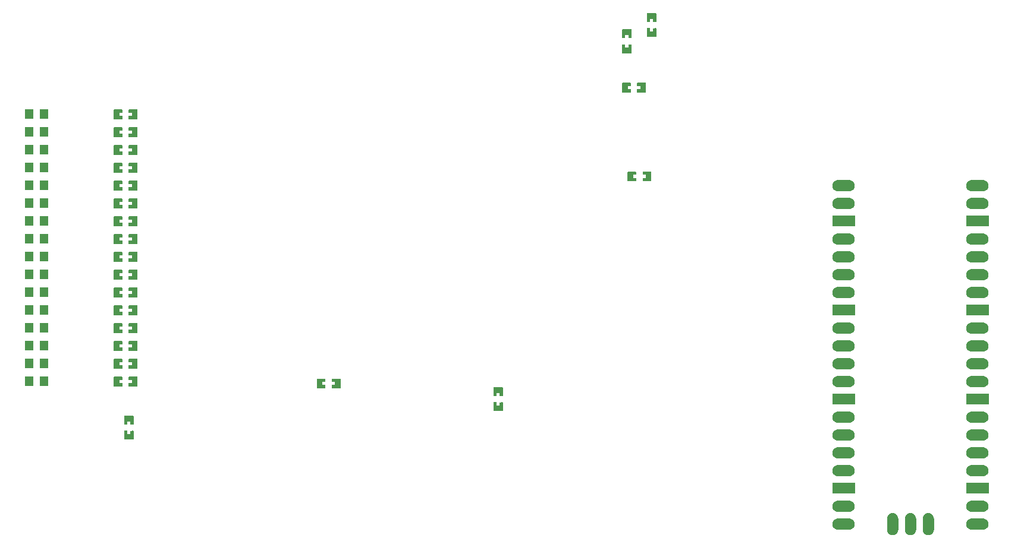
<source format=gtp>
G04 Layer: TopPasteMaskLayer*
G04 EasyEDA v6.5.20, 2022-11-28 03:27:33*
G04 a67cddfb3fce44daa9051d46cbbcc19f,10*
G04 Gerber Generator version 0.2*
G04 Scale: 100 percent, Rotated: No, Reflected: No *
G04 Dimensions in inches *
G04 leading zeros omitted , absolute positions ,3 integer and 6 decimal *
%FSLAX36Y36*%
%MOIN*%

%AMMACRO1*4,1,4,-0.063,-0.0315,-0.063,0.0315,0.063,0.0315,0.063,-0.0315,-0.063,-0.0315,0*%
%ADD10R,0.0512X0.0551*%
%ADD11MACRO1*%

%LPD*%
G36*
X3816019Y2727960D02*
G01*
X3814060Y2725980D01*
X3814060Y2675600D01*
X3816019Y2673620D01*
X3861300Y2673620D01*
X3863260Y2675600D01*
X3863080Y2692120D01*
X3845740Y2692120D01*
X3845740Y2709840D01*
X3863460Y2709840D01*
X3863260Y2725980D01*
X3861300Y2727960D01*
G37*
G36*
X3900659Y2727960D02*
G01*
X3898700Y2725980D01*
X3898900Y2709840D01*
X3916220Y2709840D01*
X3916220Y2692120D01*
X3898700Y2692120D01*
X3898700Y2675600D01*
X3900659Y2673620D01*
X3945940Y2673620D01*
X3947919Y2675600D01*
X3947919Y2725980D01*
X3945940Y2727960D01*
G37*
G36*
X2158700Y1566380D02*
G01*
X2156740Y1564400D01*
X2156920Y1547880D01*
X2174260Y1547880D01*
X2174260Y1530160D01*
X2156540Y1530160D01*
X2156740Y1514019D01*
X2158700Y1512040D01*
X2203980Y1512040D01*
X2205940Y1514019D01*
X2205940Y1564400D01*
X2203980Y1566380D01*
G37*
G36*
X2074060Y1566380D02*
G01*
X2072080Y1564400D01*
X2072080Y1514019D01*
X2074060Y1512040D01*
X2119340Y1512040D01*
X2121300Y1514019D01*
X2121100Y1530160D01*
X2103780Y1530160D01*
X2103780Y1547880D01*
X2121300Y1547880D01*
X2121300Y1564400D01*
X2119340Y1566380D01*
G37*
G36*
X3080160Y1433460D02*
G01*
X3064020Y1433260D01*
X3062040Y1431300D01*
X3062040Y1386020D01*
X3064020Y1384060D01*
X3114400Y1384060D01*
X3116380Y1386020D01*
X3116380Y1431300D01*
X3114400Y1433260D01*
X3097880Y1433080D01*
X3097880Y1415740D01*
X3080160Y1415740D01*
G37*
G36*
X3064020Y1517920D02*
G01*
X3062040Y1515940D01*
X3062040Y1470660D01*
X3064020Y1468700D01*
X3080160Y1468899D01*
X3080160Y1486220D01*
X3097880Y1486220D01*
X3097880Y1468700D01*
X3114400Y1468700D01*
X3116380Y1470660D01*
X3116380Y1515940D01*
X3114400Y1517920D01*
G37*
G36*
X1010160Y1273460D02*
G01*
X994020Y1273260D01*
X992039Y1271300D01*
X992039Y1226020D01*
X994020Y1224060D01*
X1044400Y1224060D01*
X1046380Y1226020D01*
X1046380Y1271300D01*
X1044400Y1273260D01*
X1027880Y1273080D01*
X1027880Y1255740D01*
X1010160Y1255740D01*
G37*
G36*
X994020Y1357920D02*
G01*
X992039Y1355940D01*
X992039Y1310660D01*
X994020Y1308700D01*
X1010160Y1308899D01*
X1010160Y1326220D01*
X1027880Y1326220D01*
X1027880Y1308700D01*
X1044400Y1308700D01*
X1046380Y1310660D01*
X1046380Y1355940D01*
X1044400Y1357920D01*
G37*
G36*
X1019680Y2677160D02*
G01*
X1017720Y2675200D01*
X1017920Y2658660D01*
X1035240Y2658660D01*
X1035240Y2640940D01*
X1017520Y2640940D01*
X1017720Y2624800D01*
X1019680Y2622840D01*
X1064960Y2622840D01*
X1066940Y2624800D01*
X1066940Y2675200D01*
X1064960Y2677160D01*
G37*
G36*
X935040Y2677160D02*
G01*
X933080Y2675200D01*
X933080Y2624800D01*
X935040Y2622840D01*
X980320Y2622840D01*
X982280Y2624800D01*
X982080Y2640940D01*
X964760Y2640940D01*
X964760Y2658660D01*
X982280Y2658660D01*
X982280Y2675200D01*
X980320Y2677160D01*
G37*
G36*
X1019680Y2577160D02*
G01*
X1017720Y2575200D01*
X1017920Y2558660D01*
X1035240Y2558660D01*
X1035240Y2540940D01*
X1017520Y2540940D01*
X1017720Y2524800D01*
X1019680Y2522840D01*
X1064960Y2522840D01*
X1066940Y2524800D01*
X1066940Y2575200D01*
X1064960Y2577160D01*
G37*
G36*
X935040Y2577160D02*
G01*
X933080Y2575200D01*
X933080Y2524800D01*
X935040Y2522840D01*
X980320Y2522840D01*
X982280Y2524800D01*
X982080Y2540940D01*
X964760Y2540940D01*
X964760Y2558660D01*
X982280Y2558660D01*
X982280Y2575200D01*
X980320Y2577160D01*
G37*
G36*
X1019680Y2477160D02*
G01*
X1017720Y2475200D01*
X1017920Y2458660D01*
X1035240Y2458660D01*
X1035240Y2440940D01*
X1017520Y2440940D01*
X1017720Y2424800D01*
X1019680Y2422840D01*
X1064960Y2422840D01*
X1066940Y2424800D01*
X1066940Y2475200D01*
X1064960Y2477160D01*
G37*
G36*
X935040Y2477160D02*
G01*
X933080Y2475200D01*
X933080Y2424800D01*
X935040Y2422840D01*
X980320Y2422840D01*
X982280Y2424800D01*
X982080Y2440940D01*
X964760Y2440940D01*
X964760Y2458660D01*
X982280Y2458660D01*
X982280Y2475200D01*
X980320Y2477160D01*
G37*
G36*
X1019680Y2377160D02*
G01*
X1017720Y2375200D01*
X1017920Y2358660D01*
X1035240Y2358660D01*
X1035240Y2340940D01*
X1017520Y2340940D01*
X1017720Y2324800D01*
X1019680Y2322840D01*
X1064960Y2322840D01*
X1066940Y2324800D01*
X1066940Y2375200D01*
X1064960Y2377160D01*
G37*
G36*
X935040Y2377160D02*
G01*
X933080Y2375200D01*
X933080Y2324800D01*
X935040Y2322840D01*
X980320Y2322840D01*
X982280Y2324800D01*
X982080Y2340940D01*
X964760Y2340940D01*
X964760Y2358660D01*
X982280Y2358660D01*
X982280Y2375200D01*
X980320Y2377160D01*
G37*
G36*
X1019680Y2277160D02*
G01*
X1017720Y2275200D01*
X1017920Y2258660D01*
X1035240Y2258660D01*
X1035240Y2240940D01*
X1017520Y2240940D01*
X1017720Y2224800D01*
X1019680Y2222840D01*
X1064960Y2222840D01*
X1066940Y2224800D01*
X1066940Y2275200D01*
X1064960Y2277160D01*
G37*
G36*
X935040Y2277160D02*
G01*
X933080Y2275200D01*
X933080Y2224800D01*
X935040Y2222840D01*
X980320Y2222840D01*
X982280Y2224800D01*
X982080Y2240940D01*
X964760Y2240940D01*
X964760Y2258660D01*
X982280Y2258660D01*
X982280Y2275200D01*
X980320Y2277160D01*
G37*
G36*
X1019680Y2177160D02*
G01*
X1017720Y2175200D01*
X1017920Y2158660D01*
X1035240Y2158660D01*
X1035240Y2140940D01*
X1017520Y2140940D01*
X1017720Y2124800D01*
X1019680Y2122840D01*
X1064960Y2122840D01*
X1066940Y2124800D01*
X1066940Y2175200D01*
X1064960Y2177160D01*
G37*
G36*
X935040Y2177160D02*
G01*
X933080Y2175200D01*
X933080Y2124800D01*
X935040Y2122840D01*
X980320Y2122840D01*
X982280Y2124800D01*
X982080Y2140940D01*
X964760Y2140940D01*
X964760Y2158660D01*
X982280Y2158660D01*
X982280Y2175200D01*
X980320Y2177160D01*
G37*
G36*
X1019680Y2077160D02*
G01*
X1017720Y2075200D01*
X1017920Y2058660D01*
X1035240Y2058660D01*
X1035240Y2040940D01*
X1017520Y2040940D01*
X1017720Y2024800D01*
X1019680Y2022840D01*
X1064960Y2022840D01*
X1066940Y2024800D01*
X1066940Y2075200D01*
X1064960Y2077160D01*
G37*
G36*
X935040Y2077160D02*
G01*
X933080Y2075200D01*
X933080Y2024800D01*
X935040Y2022840D01*
X980320Y2022840D01*
X982280Y2024800D01*
X982080Y2040940D01*
X964760Y2040940D01*
X964760Y2058660D01*
X982280Y2058660D01*
X982280Y2075200D01*
X980320Y2077160D01*
G37*
G36*
X1019680Y1977160D02*
G01*
X1017720Y1975200D01*
X1017920Y1958660D01*
X1035240Y1958660D01*
X1035240Y1940940D01*
X1017520Y1940940D01*
X1017720Y1924800D01*
X1019680Y1922840D01*
X1064960Y1922840D01*
X1066940Y1924800D01*
X1066940Y1975200D01*
X1064960Y1977160D01*
G37*
G36*
X935040Y1977160D02*
G01*
X933080Y1975200D01*
X933080Y1924800D01*
X935040Y1922840D01*
X980320Y1922840D01*
X982280Y1924800D01*
X982080Y1940940D01*
X964760Y1940940D01*
X964760Y1958660D01*
X982280Y1958660D01*
X982280Y1975200D01*
X980320Y1977160D01*
G37*
G36*
X1019680Y1877160D02*
G01*
X1017720Y1875200D01*
X1017920Y1858660D01*
X1035240Y1858660D01*
X1035240Y1840940D01*
X1017520Y1840940D01*
X1017720Y1824800D01*
X1019680Y1822840D01*
X1064960Y1822840D01*
X1066940Y1824800D01*
X1066940Y1875200D01*
X1064960Y1877160D01*
G37*
G36*
X935040Y1877160D02*
G01*
X933080Y1875200D01*
X933080Y1824800D01*
X935040Y1822840D01*
X980320Y1822840D01*
X982280Y1824800D01*
X982080Y1840940D01*
X964760Y1840940D01*
X964760Y1858660D01*
X982280Y1858660D01*
X982280Y1875200D01*
X980320Y1877160D01*
G37*
G36*
X1019680Y1777160D02*
G01*
X1017720Y1775200D01*
X1017920Y1758660D01*
X1035240Y1758660D01*
X1035240Y1740940D01*
X1017520Y1740940D01*
X1017720Y1724800D01*
X1019680Y1722840D01*
X1064960Y1722840D01*
X1066940Y1724800D01*
X1066940Y1775200D01*
X1064960Y1777160D01*
G37*
G36*
X935040Y1777160D02*
G01*
X933080Y1775200D01*
X933080Y1724800D01*
X935040Y1722840D01*
X980320Y1722840D01*
X982280Y1724800D01*
X982080Y1740940D01*
X964760Y1740940D01*
X964760Y1758660D01*
X982280Y1758660D01*
X982280Y1775200D01*
X980320Y1777160D01*
G37*
G36*
X1019680Y1677160D02*
G01*
X1017720Y1675200D01*
X1017920Y1658660D01*
X1035240Y1658660D01*
X1035240Y1640940D01*
X1017520Y1640940D01*
X1017720Y1624800D01*
X1019680Y1622840D01*
X1064960Y1622840D01*
X1066940Y1624800D01*
X1066940Y1675200D01*
X1064960Y1677160D01*
G37*
G36*
X935040Y1677160D02*
G01*
X933080Y1675200D01*
X933080Y1624800D01*
X935040Y1622840D01*
X980320Y1622840D01*
X982280Y1624800D01*
X982080Y1640940D01*
X964760Y1640940D01*
X964760Y1658660D01*
X982280Y1658660D01*
X982280Y1675200D01*
X980320Y1677160D01*
G37*
G36*
X1019680Y1577160D02*
G01*
X1017720Y1575200D01*
X1017920Y1558660D01*
X1035240Y1558660D01*
X1035240Y1540940D01*
X1017520Y1540940D01*
X1017720Y1524800D01*
X1019680Y1522840D01*
X1064960Y1522840D01*
X1066940Y1524800D01*
X1066940Y1575200D01*
X1064960Y1577160D01*
G37*
G36*
X935040Y1577160D02*
G01*
X933080Y1575200D01*
X933080Y1524800D01*
X935040Y1522840D01*
X980320Y1522840D01*
X982280Y1524800D01*
X982080Y1540940D01*
X964760Y1540940D01*
X964760Y1558660D01*
X982280Y1558660D01*
X982280Y1575200D01*
X980320Y1577160D01*
G37*
G36*
X1019680Y3077160D02*
G01*
X1017720Y3075200D01*
X1017920Y3058660D01*
X1035240Y3058660D01*
X1035240Y3040940D01*
X1017520Y3040940D01*
X1017720Y3024800D01*
X1019680Y3022840D01*
X1064960Y3022840D01*
X1066940Y3024800D01*
X1066940Y3075200D01*
X1064960Y3077160D01*
G37*
G36*
X935040Y3077160D02*
G01*
X933080Y3075200D01*
X933080Y3024800D01*
X935040Y3022840D01*
X980320Y3022840D01*
X982280Y3024800D01*
X982080Y3040940D01*
X964760Y3040940D01*
X964760Y3058660D01*
X982280Y3058660D01*
X982280Y3075200D01*
X980320Y3077160D01*
G37*
G36*
X1019680Y2977160D02*
G01*
X1017720Y2975200D01*
X1017920Y2958660D01*
X1035240Y2958660D01*
X1035240Y2940940D01*
X1017520Y2940940D01*
X1017720Y2924800D01*
X1019680Y2922840D01*
X1064960Y2922840D01*
X1066940Y2924800D01*
X1066940Y2975200D01*
X1064960Y2977160D01*
G37*
G36*
X935040Y2977160D02*
G01*
X933080Y2975200D01*
X933080Y2924800D01*
X935040Y2922840D01*
X980320Y2922840D01*
X982280Y2924800D01*
X982080Y2940940D01*
X964760Y2940940D01*
X964760Y2958660D01*
X982280Y2958660D01*
X982280Y2975200D01*
X980320Y2977160D01*
G37*
G36*
X1019680Y2877160D02*
G01*
X1017720Y2875200D01*
X1017920Y2858660D01*
X1035240Y2858660D01*
X1035240Y2840940D01*
X1017520Y2840940D01*
X1017720Y2824800D01*
X1019680Y2822840D01*
X1064960Y2822840D01*
X1066940Y2824800D01*
X1066940Y2875200D01*
X1064960Y2877160D01*
G37*
G36*
X935040Y2877160D02*
G01*
X933080Y2875200D01*
X933080Y2824800D01*
X935040Y2822840D01*
X980320Y2822840D01*
X982280Y2824800D01*
X982080Y2840940D01*
X964760Y2840940D01*
X964760Y2858660D01*
X982280Y2858660D01*
X982280Y2875200D01*
X980320Y2877160D01*
G37*
G36*
X1019680Y2777160D02*
G01*
X1017720Y2775200D01*
X1017920Y2758660D01*
X1035240Y2758660D01*
X1035240Y2740940D01*
X1017520Y2740940D01*
X1017720Y2724800D01*
X1019680Y2722840D01*
X1064960Y2722840D01*
X1066940Y2724800D01*
X1066940Y2775200D01*
X1064960Y2777160D01*
G37*
G36*
X935040Y2777160D02*
G01*
X933080Y2775200D01*
X933080Y2724800D01*
X935040Y2722840D01*
X980320Y2722840D01*
X982280Y2724800D01*
X982080Y2740940D01*
X964760Y2740940D01*
X964760Y2758660D01*
X982280Y2758660D01*
X982280Y2775200D01*
X980320Y2777160D01*
G37*
G36*
X3940160Y3533460D02*
G01*
X3924020Y3533260D01*
X3922040Y3531300D01*
X3922040Y3486019D01*
X3924020Y3484060D01*
X3974400Y3484060D01*
X3976380Y3486019D01*
X3976380Y3531300D01*
X3974400Y3533260D01*
X3957880Y3533080D01*
X3957880Y3515740D01*
X3940160Y3515740D01*
G37*
G36*
X3924020Y3617919D02*
G01*
X3922040Y3615940D01*
X3922040Y3570659D01*
X3924020Y3568700D01*
X3940160Y3568900D01*
X3940160Y3586220D01*
X3957880Y3586220D01*
X3957880Y3568700D01*
X3974400Y3568700D01*
X3976380Y3570659D01*
X3976380Y3615940D01*
X3974400Y3617919D01*
G37*
G36*
X3869680Y3227160D02*
G01*
X3867720Y3225200D01*
X3867919Y3208660D01*
X3885240Y3208660D01*
X3885240Y3190940D01*
X3867520Y3190940D01*
X3867720Y3174800D01*
X3869680Y3172840D01*
X3914960Y3172840D01*
X3916940Y3174800D01*
X3916940Y3225200D01*
X3914960Y3227160D01*
G37*
G36*
X3785040Y3227160D02*
G01*
X3783080Y3225200D01*
X3783080Y3174800D01*
X3785040Y3172840D01*
X3830320Y3172840D01*
X3832280Y3174800D01*
X3832080Y3190940D01*
X3814760Y3190940D01*
X3814760Y3208660D01*
X3832280Y3208660D01*
X3832280Y3225200D01*
X3830320Y3227160D01*
G37*
G36*
X3800940Y3442480D02*
G01*
X3784800Y3442280D01*
X3782840Y3440320D01*
X3782840Y3395040D01*
X3784800Y3393060D01*
X3835200Y3393060D01*
X3837160Y3395040D01*
X3837160Y3440320D01*
X3835200Y3442280D01*
X3818660Y3442080D01*
X3818660Y3424760D01*
X3800940Y3424760D01*
G37*
G36*
X3784800Y3526920D02*
G01*
X3782840Y3524960D01*
X3782840Y3479680D01*
X3784800Y3477720D01*
X3800940Y3477919D01*
X3800940Y3495240D01*
X3818660Y3495240D01*
X3818660Y3477720D01*
X3835200Y3477720D01*
X3837160Y3479680D01*
X3837160Y3524960D01*
X3835200Y3526920D01*
G37*
D10*
G01*
X541350Y2650000D03*
G01*
X458649Y2650000D03*
G01*
X541350Y2550000D03*
G01*
X458649Y2550000D03*
G01*
X541350Y2450000D03*
G01*
X458649Y2450000D03*
G01*
X541350Y2350000D03*
G01*
X458649Y2350000D03*
G01*
X541350Y2250000D03*
G01*
X458649Y2250000D03*
G01*
X541350Y2150000D03*
G01*
X458649Y2150000D03*
G01*
X541350Y2050000D03*
G01*
X458649Y2050000D03*
G01*
X541350Y1950000D03*
G01*
X458649Y1950000D03*
G01*
X541350Y1850000D03*
G01*
X458649Y1850000D03*
G01*
X541350Y1750000D03*
G01*
X458649Y1750000D03*
G01*
X541350Y1650000D03*
G01*
X458649Y1650000D03*
G01*
X541350Y1550000D03*
G01*
X458649Y1550000D03*
G36*
X5743500Y2618499D02*
G01*
X5739709Y2618730D01*
X5735969Y2619420D01*
X5732330Y2620549D01*
X5728869Y2622109D01*
X5725609Y2624079D01*
X5722619Y2626419D01*
X5719930Y2629109D01*
X5717579Y2632109D01*
X5715609Y2635359D01*
X5714049Y2638829D01*
X5712920Y2642460D01*
X5712240Y2646199D01*
X5712010Y2650000D01*
X5712240Y2653789D01*
X5712920Y2657539D01*
X5714049Y2661170D01*
X5715609Y2664640D01*
X5717579Y2667890D01*
X5719930Y2670880D01*
X5722619Y2673569D01*
X5725609Y2675920D01*
X5728869Y2677890D01*
X5732330Y2679450D01*
X5735969Y2680580D01*
X5739709Y2681260D01*
X5743500Y2681489D01*
X5806499Y2681489D01*
X5810290Y2681260D01*
X5814030Y2680580D01*
X5817659Y2679450D01*
X5821130Y2677890D01*
X5824390Y2675920D01*
X5827380Y2673569D01*
X5830069Y2670880D01*
X5832420Y2667890D01*
X5834380Y2664640D01*
X5835940Y2661170D01*
X5837079Y2657539D01*
X5837759Y2653789D01*
X5837990Y2650000D01*
X5837759Y2646199D01*
X5837079Y2642460D01*
X5835940Y2638829D01*
X5834380Y2635359D01*
X5832420Y2632109D01*
X5830069Y2629109D01*
X5827380Y2626419D01*
X5824390Y2624079D01*
X5821130Y2622109D01*
X5817659Y2620549D01*
X5814030Y2619420D01*
X5810290Y2618730D01*
X5806499Y2618499D01*
G37*
G36*
X5743500Y2518499D02*
G01*
X5739709Y2518730D01*
X5735969Y2519420D01*
X5732330Y2520549D01*
X5728869Y2522109D01*
X5725609Y2524079D01*
X5722619Y2526419D01*
X5719930Y2529109D01*
X5717579Y2532109D01*
X5715609Y2535359D01*
X5714049Y2538829D01*
X5712920Y2542460D01*
X5712240Y2546199D01*
X5712010Y2550000D01*
X5712240Y2553789D01*
X5712920Y2557539D01*
X5714049Y2561170D01*
X5715609Y2564640D01*
X5717579Y2567890D01*
X5719930Y2570880D01*
X5722619Y2573569D01*
X5725609Y2575920D01*
X5728869Y2577890D01*
X5732330Y2579450D01*
X5735969Y2580580D01*
X5739709Y2581260D01*
X5743500Y2581489D01*
X5806499Y2581489D01*
X5810290Y2581260D01*
X5814030Y2580580D01*
X5817659Y2579450D01*
X5821130Y2577890D01*
X5824390Y2575920D01*
X5827380Y2573569D01*
X5830069Y2570880D01*
X5832420Y2567890D01*
X5834380Y2564640D01*
X5835940Y2561170D01*
X5837079Y2557539D01*
X5837759Y2553789D01*
X5837990Y2550000D01*
X5837759Y2546199D01*
X5837079Y2542460D01*
X5835940Y2538829D01*
X5834380Y2535359D01*
X5832420Y2532109D01*
X5830069Y2529109D01*
X5827380Y2526419D01*
X5824390Y2524079D01*
X5821130Y2522109D01*
X5817659Y2520549D01*
X5814030Y2519420D01*
X5810290Y2518730D01*
X5806499Y2518499D01*
G37*
D11*
G01*
X5775000Y2449994D03*
G36*
X5743500Y2318499D02*
G01*
X5739709Y2318730D01*
X5735969Y2319420D01*
X5732330Y2320549D01*
X5728869Y2322109D01*
X5725609Y2324079D01*
X5722619Y2326419D01*
X5719930Y2329109D01*
X5717579Y2332109D01*
X5715609Y2335359D01*
X5714049Y2338829D01*
X5712920Y2342460D01*
X5712240Y2346199D01*
X5712010Y2350000D01*
X5712240Y2353800D01*
X5712920Y2357539D01*
X5714049Y2361170D01*
X5715609Y2364640D01*
X5717579Y2367890D01*
X5719930Y2370880D01*
X5722619Y2373569D01*
X5725609Y2375920D01*
X5728869Y2377890D01*
X5732330Y2379450D01*
X5735969Y2380580D01*
X5739709Y2381269D01*
X5743500Y2381489D01*
X5806499Y2381489D01*
X5810290Y2381269D01*
X5814030Y2380580D01*
X5817659Y2379450D01*
X5821130Y2377890D01*
X5824390Y2375920D01*
X5827380Y2373569D01*
X5830069Y2370880D01*
X5832420Y2367890D01*
X5834380Y2364640D01*
X5835940Y2361170D01*
X5837079Y2357539D01*
X5837759Y2353800D01*
X5837990Y2350000D01*
X5837759Y2346199D01*
X5837079Y2342460D01*
X5835940Y2338829D01*
X5834380Y2335359D01*
X5832420Y2332109D01*
X5830069Y2329109D01*
X5827380Y2326419D01*
X5824390Y2324079D01*
X5821130Y2322109D01*
X5817659Y2320549D01*
X5814030Y2319420D01*
X5810290Y2318730D01*
X5806499Y2318499D01*
G37*
G36*
X5743500Y2218499D02*
G01*
X5739709Y2218730D01*
X5735969Y2219420D01*
X5732330Y2220549D01*
X5728869Y2222109D01*
X5725609Y2224079D01*
X5722619Y2226419D01*
X5719930Y2229109D01*
X5717579Y2232109D01*
X5715609Y2235359D01*
X5714049Y2238829D01*
X5712920Y2242460D01*
X5712240Y2246199D01*
X5712010Y2250000D01*
X5712240Y2253800D01*
X5712920Y2257539D01*
X5714049Y2261170D01*
X5715609Y2264640D01*
X5717579Y2267890D01*
X5719930Y2270880D01*
X5722619Y2273569D01*
X5725609Y2275920D01*
X5728869Y2277890D01*
X5732330Y2279450D01*
X5735969Y2280580D01*
X5739709Y2281269D01*
X5743500Y2281489D01*
X5806499Y2281489D01*
X5810290Y2281269D01*
X5814030Y2280580D01*
X5817659Y2279450D01*
X5821130Y2277890D01*
X5824390Y2275920D01*
X5827380Y2273569D01*
X5830069Y2270880D01*
X5832420Y2267890D01*
X5834380Y2264640D01*
X5835940Y2261170D01*
X5837079Y2257539D01*
X5837759Y2253800D01*
X5837990Y2250000D01*
X5837759Y2246199D01*
X5837079Y2242460D01*
X5835940Y2238829D01*
X5834380Y2235359D01*
X5832420Y2232109D01*
X5830069Y2229109D01*
X5827380Y2226419D01*
X5824390Y2224079D01*
X5821130Y2222109D01*
X5817659Y2220549D01*
X5814030Y2219420D01*
X5810290Y2218730D01*
X5806499Y2218499D01*
G37*
G36*
X5743500Y2118499D02*
G01*
X5739709Y2118730D01*
X5735969Y2119420D01*
X5732330Y2120549D01*
X5728869Y2122109D01*
X5725609Y2124079D01*
X5722619Y2126419D01*
X5719930Y2129109D01*
X5717579Y2132109D01*
X5715609Y2135359D01*
X5714049Y2138829D01*
X5712920Y2142460D01*
X5712240Y2146199D01*
X5712010Y2150000D01*
X5712240Y2153800D01*
X5712920Y2157539D01*
X5714049Y2161170D01*
X5715609Y2164640D01*
X5717579Y2167890D01*
X5719930Y2170880D01*
X5722619Y2173569D01*
X5725609Y2175920D01*
X5728869Y2177890D01*
X5732330Y2179450D01*
X5735969Y2180580D01*
X5739709Y2181269D01*
X5743500Y2181500D01*
X5806499Y2181500D01*
X5810290Y2181269D01*
X5814030Y2180580D01*
X5817659Y2179450D01*
X5821130Y2177890D01*
X5824390Y2175920D01*
X5827380Y2173569D01*
X5830069Y2170880D01*
X5832420Y2167890D01*
X5834380Y2164640D01*
X5835940Y2161170D01*
X5837079Y2157539D01*
X5837759Y2153800D01*
X5837990Y2150000D01*
X5837759Y2146199D01*
X5837079Y2142460D01*
X5835940Y2138829D01*
X5834380Y2135359D01*
X5832420Y2132109D01*
X5830069Y2129109D01*
X5827380Y2126419D01*
X5824390Y2124079D01*
X5821130Y2122109D01*
X5817659Y2120549D01*
X5814030Y2119420D01*
X5810290Y2118730D01*
X5806499Y2118499D01*
G37*
G36*
X5743500Y2018499D02*
G01*
X5739709Y2018730D01*
X5735969Y2019420D01*
X5732330Y2020549D01*
X5728869Y2022109D01*
X5725609Y2024079D01*
X5722619Y2026419D01*
X5719930Y2029109D01*
X5717579Y2032109D01*
X5715609Y2035359D01*
X5714049Y2038829D01*
X5712920Y2042460D01*
X5712240Y2046199D01*
X5712010Y2050000D01*
X5712240Y2053800D01*
X5712920Y2057539D01*
X5714049Y2061170D01*
X5715609Y2064640D01*
X5717579Y2067890D01*
X5719930Y2070890D01*
X5722619Y2073569D01*
X5725609Y2075920D01*
X5728869Y2077890D01*
X5732330Y2079450D01*
X5735969Y2080580D01*
X5739709Y2081269D01*
X5743500Y2081500D01*
X5806499Y2081500D01*
X5810290Y2081269D01*
X5814030Y2080580D01*
X5817659Y2079450D01*
X5821130Y2077890D01*
X5824390Y2075920D01*
X5827380Y2073569D01*
X5830069Y2070890D01*
X5832420Y2067890D01*
X5834380Y2064640D01*
X5835940Y2061170D01*
X5837079Y2057539D01*
X5837759Y2053800D01*
X5837990Y2050000D01*
X5837759Y2046199D01*
X5837079Y2042460D01*
X5835940Y2038829D01*
X5834380Y2035359D01*
X5832420Y2032109D01*
X5830069Y2029109D01*
X5827380Y2026419D01*
X5824390Y2024079D01*
X5821130Y2022109D01*
X5817659Y2020549D01*
X5814030Y2019420D01*
X5810290Y2018730D01*
X5806499Y2018499D01*
G37*
G01*
X5775000Y1950000D03*
G36*
X5743500Y1818499D02*
G01*
X5739709Y1818730D01*
X5735969Y1819420D01*
X5732330Y1820549D01*
X5728869Y1822109D01*
X5725609Y1824079D01*
X5722619Y1826419D01*
X5719930Y1829109D01*
X5717579Y1832109D01*
X5715609Y1835359D01*
X5714049Y1838829D01*
X5712920Y1842460D01*
X5712240Y1846199D01*
X5712010Y1850000D01*
X5712240Y1853800D01*
X5712920Y1857539D01*
X5714049Y1861170D01*
X5715609Y1864640D01*
X5717579Y1867890D01*
X5719930Y1870890D01*
X5722619Y1873569D01*
X5725609Y1875920D01*
X5728869Y1877890D01*
X5732330Y1879450D01*
X5735969Y1880580D01*
X5739709Y1881269D01*
X5743500Y1881500D01*
X5806499Y1881500D01*
X5810290Y1881269D01*
X5814030Y1880580D01*
X5817659Y1879450D01*
X5821130Y1877890D01*
X5824390Y1875920D01*
X5827380Y1873569D01*
X5830069Y1870890D01*
X5832420Y1867890D01*
X5834380Y1864640D01*
X5835940Y1861170D01*
X5837079Y1857539D01*
X5837759Y1853800D01*
X5837990Y1850000D01*
X5837759Y1846199D01*
X5837079Y1842460D01*
X5835940Y1838829D01*
X5834380Y1835359D01*
X5832420Y1832109D01*
X5830069Y1829109D01*
X5827380Y1826419D01*
X5824390Y1824079D01*
X5821130Y1822109D01*
X5817659Y1820549D01*
X5814030Y1819420D01*
X5810290Y1818730D01*
X5806499Y1818499D01*
G37*
G36*
X5743500Y1718499D02*
G01*
X5739709Y1718730D01*
X5735969Y1719420D01*
X5732330Y1720549D01*
X5728869Y1722109D01*
X5725609Y1724079D01*
X5722619Y1726419D01*
X5719930Y1729109D01*
X5717579Y1732109D01*
X5715609Y1735359D01*
X5714049Y1738829D01*
X5712920Y1742460D01*
X5712240Y1746199D01*
X5712010Y1750000D01*
X5712240Y1753800D01*
X5712920Y1757539D01*
X5714049Y1761170D01*
X5715609Y1764640D01*
X5717579Y1767890D01*
X5719930Y1770890D01*
X5722619Y1773569D01*
X5725609Y1775920D01*
X5728869Y1777890D01*
X5732330Y1779450D01*
X5735969Y1780580D01*
X5739709Y1781269D01*
X5743500Y1781500D01*
X5806499Y1781500D01*
X5810290Y1781269D01*
X5814030Y1780580D01*
X5817659Y1779450D01*
X5821130Y1777890D01*
X5824390Y1775920D01*
X5827380Y1773569D01*
X5830069Y1770890D01*
X5832420Y1767890D01*
X5834380Y1764640D01*
X5835940Y1761170D01*
X5837079Y1757539D01*
X5837759Y1753800D01*
X5837990Y1750000D01*
X5837759Y1746199D01*
X5837079Y1742460D01*
X5835940Y1738829D01*
X5834380Y1735359D01*
X5832420Y1732109D01*
X5830069Y1729109D01*
X5827380Y1726419D01*
X5824390Y1724079D01*
X5821130Y1722109D01*
X5817659Y1720549D01*
X5814030Y1719420D01*
X5810290Y1718730D01*
X5806499Y1718499D01*
G37*
G36*
X5743500Y1618499D02*
G01*
X5739709Y1618730D01*
X5735969Y1619420D01*
X5732330Y1620549D01*
X5728869Y1622109D01*
X5725609Y1624079D01*
X5722619Y1626430D01*
X5719930Y1629109D01*
X5717579Y1632109D01*
X5715609Y1635359D01*
X5714049Y1638829D01*
X5712920Y1642460D01*
X5712240Y1646199D01*
X5712010Y1650000D01*
X5712240Y1653800D01*
X5712920Y1657539D01*
X5714049Y1661170D01*
X5715609Y1664640D01*
X5717579Y1667890D01*
X5719930Y1670890D01*
X5722619Y1673580D01*
X5725609Y1675920D01*
X5728869Y1677890D01*
X5732330Y1679450D01*
X5735969Y1680580D01*
X5739709Y1681269D01*
X5743500Y1681500D01*
X5806499Y1681500D01*
X5810290Y1681269D01*
X5814030Y1680580D01*
X5817659Y1679450D01*
X5821130Y1677890D01*
X5824390Y1675920D01*
X5827380Y1673580D01*
X5830069Y1670890D01*
X5832420Y1667890D01*
X5834380Y1664640D01*
X5835940Y1661170D01*
X5837079Y1657539D01*
X5837759Y1653800D01*
X5837990Y1650000D01*
X5837759Y1646199D01*
X5837079Y1642460D01*
X5835940Y1638829D01*
X5834380Y1635359D01*
X5832420Y1632109D01*
X5830069Y1629109D01*
X5827380Y1626430D01*
X5824390Y1624079D01*
X5821130Y1622109D01*
X5817659Y1620549D01*
X5814030Y1619420D01*
X5810290Y1618730D01*
X5806499Y1618499D01*
G37*
G36*
X5743500Y1518499D02*
G01*
X5739709Y1518730D01*
X5735969Y1519420D01*
X5732330Y1520549D01*
X5728869Y1522109D01*
X5725609Y1524079D01*
X5722619Y1526430D01*
X5719930Y1529109D01*
X5717579Y1532109D01*
X5715609Y1535359D01*
X5714049Y1538829D01*
X5712920Y1542460D01*
X5712240Y1546199D01*
X5712010Y1550000D01*
X5712240Y1553800D01*
X5712920Y1557539D01*
X5714049Y1561170D01*
X5715609Y1564640D01*
X5717579Y1567890D01*
X5719930Y1570890D01*
X5722619Y1573580D01*
X5725609Y1575920D01*
X5728869Y1577890D01*
X5732330Y1579450D01*
X5735969Y1580580D01*
X5739709Y1581269D01*
X5743500Y1581500D01*
X5806499Y1581500D01*
X5810290Y1581269D01*
X5814030Y1580580D01*
X5817659Y1579450D01*
X5821130Y1577890D01*
X5824390Y1575920D01*
X5827380Y1573580D01*
X5830069Y1570890D01*
X5832420Y1567890D01*
X5834380Y1564640D01*
X5835940Y1561170D01*
X5837079Y1557539D01*
X5837759Y1553800D01*
X5837990Y1550000D01*
X5837759Y1546199D01*
X5837079Y1542460D01*
X5835940Y1538829D01*
X5834380Y1535359D01*
X5832420Y1532109D01*
X5830069Y1529109D01*
X5827380Y1526430D01*
X5824390Y1524079D01*
X5821130Y1522109D01*
X5817659Y1520549D01*
X5814030Y1519420D01*
X5810290Y1518730D01*
X5806499Y1518499D01*
G37*
G01*
X5775000Y1450000D03*
G36*
X5743500Y1318499D02*
G01*
X5739709Y1318730D01*
X5735969Y1319420D01*
X5732330Y1320549D01*
X5728869Y1322109D01*
X5725609Y1324079D01*
X5722619Y1326430D01*
X5719930Y1329109D01*
X5717579Y1332109D01*
X5715609Y1335359D01*
X5714049Y1338829D01*
X5712920Y1342460D01*
X5712240Y1346199D01*
X5712010Y1350000D01*
X5712240Y1353800D01*
X5712920Y1357539D01*
X5714049Y1361170D01*
X5715609Y1364640D01*
X5717579Y1367890D01*
X5719930Y1370890D01*
X5722619Y1373580D01*
X5725609Y1375920D01*
X5728869Y1377890D01*
X5732330Y1379450D01*
X5735969Y1380580D01*
X5739709Y1381269D01*
X5743500Y1381500D01*
X5806499Y1381500D01*
X5810290Y1381269D01*
X5814030Y1380580D01*
X5817659Y1379450D01*
X5821130Y1377890D01*
X5824390Y1375920D01*
X5827380Y1373580D01*
X5830069Y1370890D01*
X5832420Y1367890D01*
X5834380Y1364640D01*
X5835940Y1361170D01*
X5837079Y1357539D01*
X5837759Y1353800D01*
X5837990Y1350000D01*
X5837759Y1346199D01*
X5837079Y1342460D01*
X5835940Y1338829D01*
X5834380Y1335359D01*
X5832420Y1332109D01*
X5830069Y1329109D01*
X5827380Y1326430D01*
X5824390Y1324079D01*
X5821130Y1322109D01*
X5817659Y1320549D01*
X5814030Y1319420D01*
X5810290Y1318730D01*
X5806499Y1318499D01*
G37*
G36*
X5743500Y1218499D02*
G01*
X5739709Y1218730D01*
X5735969Y1219420D01*
X5732330Y1220549D01*
X5728869Y1222109D01*
X5725609Y1224079D01*
X5722619Y1226430D01*
X5719930Y1229119D01*
X5717579Y1232109D01*
X5715609Y1235359D01*
X5714049Y1238829D01*
X5712920Y1242460D01*
X5712240Y1246199D01*
X5712010Y1250000D01*
X5712240Y1253800D01*
X5712920Y1257539D01*
X5714049Y1261170D01*
X5715609Y1264640D01*
X5717579Y1267890D01*
X5719930Y1270890D01*
X5722619Y1273580D01*
X5725609Y1275920D01*
X5728869Y1277890D01*
X5732330Y1279450D01*
X5735969Y1280580D01*
X5739709Y1281269D01*
X5743500Y1281500D01*
X5806499Y1281500D01*
X5810290Y1281269D01*
X5814030Y1280580D01*
X5817659Y1279450D01*
X5821130Y1277890D01*
X5824390Y1275920D01*
X5827380Y1273580D01*
X5830069Y1270890D01*
X5832420Y1267890D01*
X5834380Y1264640D01*
X5835940Y1261170D01*
X5837079Y1257539D01*
X5837759Y1253800D01*
X5837990Y1250000D01*
X5837759Y1246199D01*
X5837079Y1242460D01*
X5835940Y1238829D01*
X5834380Y1235359D01*
X5832420Y1232109D01*
X5830069Y1229119D01*
X5827380Y1226430D01*
X5824390Y1224079D01*
X5821130Y1222109D01*
X5817659Y1220549D01*
X5814030Y1219420D01*
X5810290Y1218730D01*
X5806499Y1218499D01*
G37*
G36*
X5743500Y1118510D02*
G01*
X5739709Y1118730D01*
X5735969Y1119420D01*
X5732330Y1120549D01*
X5728869Y1122109D01*
X5725609Y1124079D01*
X5722619Y1126430D01*
X5719930Y1129119D01*
X5717579Y1132109D01*
X5715609Y1135359D01*
X5714049Y1138829D01*
X5712920Y1142460D01*
X5712240Y1146199D01*
X5712010Y1150000D01*
X5712240Y1153800D01*
X5712920Y1157539D01*
X5714049Y1161170D01*
X5715609Y1164640D01*
X5717579Y1167890D01*
X5719930Y1170890D01*
X5722619Y1173580D01*
X5725609Y1175920D01*
X5728869Y1177890D01*
X5732330Y1179450D01*
X5735969Y1180580D01*
X5739709Y1181269D01*
X5743500Y1181500D01*
X5806499Y1181500D01*
X5810290Y1181269D01*
X5814030Y1180580D01*
X5817659Y1179450D01*
X5821130Y1177890D01*
X5824390Y1175920D01*
X5827380Y1173580D01*
X5830069Y1170890D01*
X5832420Y1167890D01*
X5834380Y1164640D01*
X5835940Y1161170D01*
X5837079Y1157539D01*
X5837759Y1153800D01*
X5837990Y1150000D01*
X5837759Y1146199D01*
X5837079Y1142460D01*
X5835940Y1138829D01*
X5834380Y1135359D01*
X5832420Y1132109D01*
X5830069Y1129119D01*
X5827380Y1126430D01*
X5824390Y1124079D01*
X5821130Y1122109D01*
X5817659Y1120549D01*
X5814030Y1119420D01*
X5810290Y1118730D01*
X5806499Y1118510D01*
G37*
G36*
X5743500Y1018510D02*
G01*
X5739709Y1018730D01*
X5735969Y1019420D01*
X5732330Y1020549D01*
X5728869Y1022109D01*
X5725609Y1024079D01*
X5722619Y1026430D01*
X5719930Y1029119D01*
X5717579Y1032109D01*
X5715609Y1035359D01*
X5714049Y1038829D01*
X5712920Y1042460D01*
X5712240Y1046199D01*
X5712010Y1050000D01*
X5712240Y1053800D01*
X5712920Y1057539D01*
X5714049Y1061170D01*
X5715609Y1064640D01*
X5717579Y1067890D01*
X5719930Y1070890D01*
X5722619Y1073580D01*
X5725609Y1075920D01*
X5728869Y1077890D01*
X5732330Y1079450D01*
X5735969Y1080580D01*
X5739709Y1081269D01*
X5743500Y1081500D01*
X5806499Y1081500D01*
X5810290Y1081269D01*
X5814030Y1080580D01*
X5817659Y1079450D01*
X5821130Y1077890D01*
X5824390Y1075920D01*
X5827380Y1073580D01*
X5830069Y1070890D01*
X5832420Y1067890D01*
X5834380Y1064640D01*
X5835940Y1061170D01*
X5837079Y1057539D01*
X5837759Y1053800D01*
X5837990Y1050000D01*
X5837759Y1046199D01*
X5837079Y1042460D01*
X5835940Y1038829D01*
X5834380Y1035359D01*
X5832420Y1032109D01*
X5830069Y1029119D01*
X5827380Y1026430D01*
X5824390Y1024079D01*
X5821130Y1022109D01*
X5817659Y1020549D01*
X5814030Y1019420D01*
X5810290Y1018730D01*
X5806499Y1018510D01*
G37*
G01*
X5775000Y950005D03*
G36*
X5743500Y818510D02*
G01*
X5739709Y818739D01*
X5735969Y819420D01*
X5732330Y820549D01*
X5728869Y822109D01*
X5725609Y824079D01*
X5722619Y826430D01*
X5719930Y829119D01*
X5717579Y832109D01*
X5715609Y835359D01*
X5714049Y838829D01*
X5712920Y842460D01*
X5712240Y846210D01*
X5712010Y850000D01*
X5712240Y853800D01*
X5712920Y857539D01*
X5714049Y861170D01*
X5715609Y864640D01*
X5717579Y867890D01*
X5719930Y870890D01*
X5722619Y873580D01*
X5725609Y875920D01*
X5728869Y877890D01*
X5732330Y879450D01*
X5735969Y880579D01*
X5739709Y881269D01*
X5743500Y881500D01*
X5806499Y881500D01*
X5810290Y881269D01*
X5814030Y880579D01*
X5817659Y879450D01*
X5821130Y877890D01*
X5824390Y875920D01*
X5827380Y873580D01*
X5830069Y870890D01*
X5832420Y867890D01*
X5834380Y864640D01*
X5835940Y861170D01*
X5837079Y857539D01*
X5837759Y853800D01*
X5837990Y850000D01*
X5837759Y846210D01*
X5837079Y842460D01*
X5835940Y838829D01*
X5834380Y835359D01*
X5832420Y832109D01*
X5830069Y829119D01*
X5827380Y826430D01*
X5824390Y824079D01*
X5821130Y822109D01*
X5817659Y820549D01*
X5814030Y819420D01*
X5810290Y818739D01*
X5806499Y818510D01*
G37*
G36*
X5743500Y718510D02*
G01*
X5739709Y718739D01*
X5735969Y719420D01*
X5732330Y720549D01*
X5728869Y722109D01*
X5725609Y724079D01*
X5722619Y726430D01*
X5719930Y729119D01*
X5717579Y732109D01*
X5715609Y735359D01*
X5714049Y738829D01*
X5712920Y742460D01*
X5712240Y746210D01*
X5712010Y750000D01*
X5712240Y753800D01*
X5712920Y757539D01*
X5714049Y761170D01*
X5715609Y764640D01*
X5717579Y767890D01*
X5719930Y770890D01*
X5722619Y773580D01*
X5725609Y775920D01*
X5728869Y777890D01*
X5732330Y779450D01*
X5735969Y780579D01*
X5739709Y781269D01*
X5743500Y781500D01*
X5806499Y781500D01*
X5810290Y781269D01*
X5814030Y780579D01*
X5817659Y779450D01*
X5821130Y777890D01*
X5824390Y775920D01*
X5827380Y773580D01*
X5830069Y770890D01*
X5832420Y767890D01*
X5834380Y764640D01*
X5835940Y761170D01*
X5837079Y757539D01*
X5837759Y753800D01*
X5837990Y750000D01*
X5837759Y746210D01*
X5837079Y742460D01*
X5835940Y738829D01*
X5834380Y735359D01*
X5832420Y732109D01*
X5830069Y729119D01*
X5827380Y726430D01*
X5824390Y724079D01*
X5821130Y722109D01*
X5817659Y720549D01*
X5814030Y719420D01*
X5810290Y718739D01*
X5806499Y718510D01*
G37*
G36*
X4993500Y718510D02*
G01*
X4989709Y718739D01*
X4985969Y719420D01*
X4982340Y720549D01*
X4978869Y722109D01*
X4975609Y724079D01*
X4972619Y726430D01*
X4969930Y729119D01*
X4967579Y732109D01*
X4965619Y735359D01*
X4964059Y738829D01*
X4962920Y742460D01*
X4962240Y746210D01*
X4962010Y750000D01*
X4962240Y753800D01*
X4962920Y757539D01*
X4964059Y761170D01*
X4965619Y764640D01*
X4967579Y767890D01*
X4969930Y770890D01*
X4972619Y773580D01*
X4975609Y775920D01*
X4978869Y777890D01*
X4982340Y779450D01*
X4985969Y780579D01*
X4989709Y781269D01*
X4993500Y781500D01*
X5056499Y781500D01*
X5060290Y781269D01*
X5064030Y780579D01*
X5067669Y779450D01*
X5071130Y777890D01*
X5074390Y775920D01*
X5077380Y773580D01*
X5080069Y770890D01*
X5082420Y767890D01*
X5084390Y764640D01*
X5085950Y761170D01*
X5087079Y757539D01*
X5087759Y753800D01*
X5087990Y750000D01*
X5087759Y746210D01*
X5087079Y742460D01*
X5085950Y738829D01*
X5084390Y735359D01*
X5082420Y732109D01*
X5080069Y729119D01*
X5077380Y726430D01*
X5074390Y724079D01*
X5071130Y722109D01*
X5067669Y720549D01*
X5064030Y719420D01*
X5060290Y718739D01*
X5056499Y718510D01*
G37*
G36*
X4993500Y818510D02*
G01*
X4989709Y818739D01*
X4985969Y819420D01*
X4982340Y820549D01*
X4978869Y822109D01*
X4975609Y824079D01*
X4972619Y826430D01*
X4969930Y829119D01*
X4967579Y832109D01*
X4965619Y835359D01*
X4964059Y838829D01*
X4962920Y842460D01*
X4962240Y846210D01*
X4962010Y850000D01*
X4962240Y853800D01*
X4962920Y857539D01*
X4964059Y861170D01*
X4965619Y864640D01*
X4967579Y867890D01*
X4969930Y870890D01*
X4972619Y873580D01*
X4975609Y875920D01*
X4978869Y877890D01*
X4982340Y879450D01*
X4985969Y880579D01*
X4989709Y881269D01*
X4993500Y881500D01*
X5056499Y881500D01*
X5060290Y881269D01*
X5064030Y880579D01*
X5067669Y879450D01*
X5071130Y877890D01*
X5074390Y875920D01*
X5077380Y873580D01*
X5080069Y870890D01*
X5082420Y867890D01*
X5084390Y864640D01*
X5085950Y861170D01*
X5087079Y857539D01*
X5087759Y853800D01*
X5087990Y850000D01*
X5087759Y846210D01*
X5087079Y842460D01*
X5085950Y838829D01*
X5084390Y835359D01*
X5082420Y832109D01*
X5080069Y829119D01*
X5077380Y826430D01*
X5074390Y824079D01*
X5071130Y822109D01*
X5067669Y820549D01*
X5064030Y819420D01*
X5060290Y818739D01*
X5056499Y818510D01*
G37*
G01*
X5025000Y950005D03*
G36*
X4993500Y1018510D02*
G01*
X4989709Y1018730D01*
X4985969Y1019420D01*
X4982340Y1020549D01*
X4978869Y1022109D01*
X4975609Y1024079D01*
X4972619Y1026430D01*
X4969930Y1029119D01*
X4967579Y1032109D01*
X4965619Y1035359D01*
X4964059Y1038829D01*
X4962920Y1042460D01*
X4962240Y1046199D01*
X4962010Y1050000D01*
X4962240Y1053800D01*
X4962920Y1057539D01*
X4964059Y1061170D01*
X4965619Y1064640D01*
X4967579Y1067890D01*
X4969930Y1070890D01*
X4972619Y1073580D01*
X4975609Y1075920D01*
X4978869Y1077890D01*
X4982340Y1079450D01*
X4985969Y1080580D01*
X4989709Y1081269D01*
X4993500Y1081500D01*
X5056499Y1081500D01*
X5060290Y1081269D01*
X5064030Y1080580D01*
X5067669Y1079450D01*
X5071130Y1077890D01*
X5074390Y1075920D01*
X5077380Y1073580D01*
X5080069Y1070890D01*
X5082420Y1067890D01*
X5084390Y1064640D01*
X5085950Y1061170D01*
X5087079Y1057539D01*
X5087759Y1053800D01*
X5087990Y1050000D01*
X5087759Y1046199D01*
X5087079Y1042460D01*
X5085950Y1038829D01*
X5084390Y1035359D01*
X5082420Y1032109D01*
X5080069Y1029119D01*
X5077380Y1026430D01*
X5074390Y1024079D01*
X5071130Y1022109D01*
X5067669Y1020549D01*
X5064030Y1019420D01*
X5060290Y1018730D01*
X5056499Y1018510D01*
G37*
G36*
X4993500Y1118510D02*
G01*
X4989709Y1118730D01*
X4985969Y1119420D01*
X4982340Y1120549D01*
X4978869Y1122109D01*
X4975609Y1124079D01*
X4972619Y1126430D01*
X4969930Y1129119D01*
X4967579Y1132109D01*
X4965619Y1135359D01*
X4964059Y1138829D01*
X4962920Y1142460D01*
X4962240Y1146199D01*
X4962010Y1150000D01*
X4962240Y1153800D01*
X4962920Y1157539D01*
X4964059Y1161170D01*
X4965619Y1164640D01*
X4967579Y1167890D01*
X4969930Y1170890D01*
X4972619Y1173580D01*
X4975609Y1175920D01*
X4978869Y1177890D01*
X4982340Y1179450D01*
X4985969Y1180580D01*
X4989709Y1181269D01*
X4993500Y1181500D01*
X5056499Y1181500D01*
X5060290Y1181269D01*
X5064030Y1180580D01*
X5067669Y1179450D01*
X5071130Y1177890D01*
X5074390Y1175920D01*
X5077380Y1173580D01*
X5080069Y1170890D01*
X5082420Y1167890D01*
X5084390Y1164640D01*
X5085950Y1161170D01*
X5087079Y1157539D01*
X5087759Y1153800D01*
X5087990Y1150000D01*
X5087759Y1146199D01*
X5087079Y1142460D01*
X5085950Y1138829D01*
X5084390Y1135359D01*
X5082420Y1132109D01*
X5080069Y1129119D01*
X5077380Y1126430D01*
X5074390Y1124079D01*
X5071130Y1122109D01*
X5067669Y1120549D01*
X5064030Y1119420D01*
X5060290Y1118730D01*
X5056499Y1118510D01*
G37*
G36*
X4993500Y1218499D02*
G01*
X4989709Y1218730D01*
X4985969Y1219420D01*
X4982340Y1220549D01*
X4978869Y1222109D01*
X4975609Y1224079D01*
X4972619Y1226430D01*
X4969930Y1229119D01*
X4967579Y1232109D01*
X4965619Y1235359D01*
X4964059Y1238829D01*
X4962920Y1242460D01*
X4962240Y1246199D01*
X4962010Y1250000D01*
X4962240Y1253800D01*
X4962920Y1257539D01*
X4964059Y1261170D01*
X4965619Y1264640D01*
X4967579Y1267890D01*
X4969930Y1270890D01*
X4972619Y1273580D01*
X4975609Y1275920D01*
X4978869Y1277890D01*
X4982340Y1279450D01*
X4985969Y1280580D01*
X4989709Y1281269D01*
X4993500Y1281500D01*
X5056499Y1281500D01*
X5060290Y1281269D01*
X5064030Y1280580D01*
X5067669Y1279450D01*
X5071130Y1277890D01*
X5074390Y1275920D01*
X5077380Y1273580D01*
X5080069Y1270890D01*
X5082420Y1267890D01*
X5084390Y1264640D01*
X5085950Y1261170D01*
X5087079Y1257539D01*
X5087759Y1253800D01*
X5087990Y1250000D01*
X5087759Y1246199D01*
X5087079Y1242460D01*
X5085950Y1238829D01*
X5084390Y1235359D01*
X5082420Y1232109D01*
X5080069Y1229119D01*
X5077380Y1226430D01*
X5074390Y1224079D01*
X5071130Y1222109D01*
X5067669Y1220549D01*
X5064030Y1219420D01*
X5060290Y1218730D01*
X5056499Y1218499D01*
G37*
G36*
X4993500Y1318499D02*
G01*
X4989709Y1318730D01*
X4985969Y1319420D01*
X4982340Y1320549D01*
X4978869Y1322109D01*
X4975609Y1324079D01*
X4972619Y1326430D01*
X4969930Y1329109D01*
X4967579Y1332109D01*
X4965619Y1335359D01*
X4964059Y1338829D01*
X4962920Y1342460D01*
X4962240Y1346199D01*
X4962010Y1350000D01*
X4962240Y1353800D01*
X4962920Y1357539D01*
X4964059Y1361170D01*
X4965619Y1364640D01*
X4967579Y1367890D01*
X4969930Y1370890D01*
X4972619Y1373580D01*
X4975609Y1375920D01*
X4978869Y1377890D01*
X4982340Y1379450D01*
X4985969Y1380580D01*
X4989709Y1381269D01*
X4993500Y1381500D01*
X5056499Y1381500D01*
X5060290Y1381269D01*
X5064030Y1380580D01*
X5067669Y1379450D01*
X5071130Y1377890D01*
X5074390Y1375920D01*
X5077380Y1373580D01*
X5080069Y1370890D01*
X5082420Y1367890D01*
X5084390Y1364640D01*
X5085950Y1361170D01*
X5087079Y1357539D01*
X5087759Y1353800D01*
X5087990Y1350000D01*
X5087759Y1346199D01*
X5087079Y1342460D01*
X5085950Y1338829D01*
X5084390Y1335359D01*
X5082420Y1332109D01*
X5080069Y1329109D01*
X5077380Y1326430D01*
X5074390Y1324079D01*
X5071130Y1322109D01*
X5067669Y1320549D01*
X5064030Y1319420D01*
X5060290Y1318730D01*
X5056499Y1318499D01*
G37*
G01*
X5025000Y1450000D03*
G36*
X4993500Y1518499D02*
G01*
X4989709Y1518730D01*
X4985969Y1519420D01*
X4982340Y1520549D01*
X4978869Y1522109D01*
X4975609Y1524079D01*
X4972619Y1526430D01*
X4969930Y1529109D01*
X4967579Y1532109D01*
X4965619Y1535359D01*
X4964059Y1538829D01*
X4962920Y1542460D01*
X4962240Y1546199D01*
X4962010Y1550000D01*
X4962240Y1553800D01*
X4962920Y1557539D01*
X4964059Y1561170D01*
X4965619Y1564640D01*
X4967579Y1567890D01*
X4969930Y1570890D01*
X4972619Y1573580D01*
X4975609Y1575920D01*
X4978869Y1577890D01*
X4982340Y1579450D01*
X4985969Y1580580D01*
X4989709Y1581269D01*
X4993500Y1581500D01*
X5056499Y1581500D01*
X5060290Y1581269D01*
X5064030Y1580580D01*
X5067669Y1579450D01*
X5071130Y1577890D01*
X5074390Y1575920D01*
X5077380Y1573580D01*
X5080069Y1570890D01*
X5082420Y1567890D01*
X5084390Y1564640D01*
X5085950Y1561170D01*
X5087079Y1557539D01*
X5087759Y1553800D01*
X5087990Y1550000D01*
X5087759Y1546199D01*
X5087079Y1542460D01*
X5085950Y1538829D01*
X5084390Y1535359D01*
X5082420Y1532109D01*
X5080069Y1529109D01*
X5077380Y1526430D01*
X5074390Y1524079D01*
X5071130Y1522109D01*
X5067669Y1520549D01*
X5064030Y1519420D01*
X5060290Y1518730D01*
X5056499Y1518499D01*
G37*
G36*
X4993500Y1618499D02*
G01*
X4989709Y1618730D01*
X4985969Y1619420D01*
X4982340Y1620549D01*
X4978869Y1622109D01*
X4975609Y1624079D01*
X4972619Y1626430D01*
X4969930Y1629109D01*
X4967579Y1632109D01*
X4965619Y1635359D01*
X4964059Y1638829D01*
X4962920Y1642460D01*
X4962240Y1646199D01*
X4962010Y1650000D01*
X4962240Y1653800D01*
X4962920Y1657539D01*
X4964059Y1661170D01*
X4965619Y1664640D01*
X4967579Y1667890D01*
X4969930Y1670890D01*
X4972619Y1673580D01*
X4975609Y1675920D01*
X4978869Y1677890D01*
X4982340Y1679450D01*
X4985969Y1680580D01*
X4989709Y1681269D01*
X4993500Y1681500D01*
X5056499Y1681500D01*
X5060290Y1681269D01*
X5064030Y1680580D01*
X5067669Y1679450D01*
X5071130Y1677890D01*
X5074390Y1675920D01*
X5077380Y1673580D01*
X5080069Y1670890D01*
X5082420Y1667890D01*
X5084390Y1664640D01*
X5085950Y1661170D01*
X5087079Y1657539D01*
X5087759Y1653800D01*
X5087990Y1650000D01*
X5087759Y1646199D01*
X5087079Y1642460D01*
X5085950Y1638829D01*
X5084390Y1635359D01*
X5082420Y1632109D01*
X5080069Y1629109D01*
X5077380Y1626430D01*
X5074390Y1624079D01*
X5071130Y1622109D01*
X5067669Y1620549D01*
X5064030Y1619420D01*
X5060290Y1618730D01*
X5056499Y1618499D01*
G37*
G36*
X4993500Y1718499D02*
G01*
X4989709Y1718730D01*
X4985969Y1719420D01*
X4982340Y1720549D01*
X4978869Y1722109D01*
X4975609Y1724079D01*
X4972619Y1726419D01*
X4969930Y1729109D01*
X4967579Y1732109D01*
X4965619Y1735359D01*
X4964059Y1738829D01*
X4962920Y1742460D01*
X4962240Y1746199D01*
X4962010Y1750000D01*
X4962240Y1753800D01*
X4962920Y1757539D01*
X4964059Y1761170D01*
X4965619Y1764640D01*
X4967579Y1767890D01*
X4969930Y1770890D01*
X4972619Y1773569D01*
X4975609Y1775920D01*
X4978869Y1777890D01*
X4982340Y1779450D01*
X4985969Y1780580D01*
X4989709Y1781269D01*
X4993500Y1781500D01*
X5056499Y1781500D01*
X5060290Y1781269D01*
X5064030Y1780580D01*
X5067669Y1779450D01*
X5071130Y1777890D01*
X5074390Y1775920D01*
X5077380Y1773569D01*
X5080069Y1770890D01*
X5082420Y1767890D01*
X5084390Y1764640D01*
X5085950Y1761170D01*
X5087079Y1757539D01*
X5087759Y1753800D01*
X5087990Y1750000D01*
X5087759Y1746199D01*
X5087079Y1742460D01*
X5085950Y1738829D01*
X5084390Y1735359D01*
X5082420Y1732109D01*
X5080069Y1729109D01*
X5077380Y1726419D01*
X5074390Y1724079D01*
X5071130Y1722109D01*
X5067669Y1720549D01*
X5064030Y1719420D01*
X5060290Y1718730D01*
X5056499Y1718499D01*
G37*
G36*
X4993500Y1818499D02*
G01*
X4989709Y1818730D01*
X4985969Y1819420D01*
X4982340Y1820549D01*
X4978869Y1822109D01*
X4975609Y1824079D01*
X4972619Y1826419D01*
X4969930Y1829109D01*
X4967579Y1832109D01*
X4965619Y1835359D01*
X4964059Y1838829D01*
X4962920Y1842460D01*
X4962240Y1846199D01*
X4962010Y1850000D01*
X4962240Y1853800D01*
X4962920Y1857539D01*
X4964059Y1861170D01*
X4965619Y1864640D01*
X4967579Y1867890D01*
X4969930Y1870890D01*
X4972619Y1873569D01*
X4975609Y1875920D01*
X4978869Y1877890D01*
X4982340Y1879450D01*
X4985969Y1880580D01*
X4989709Y1881269D01*
X4993500Y1881500D01*
X5056499Y1881500D01*
X5060290Y1881269D01*
X5064030Y1880580D01*
X5067669Y1879450D01*
X5071130Y1877890D01*
X5074390Y1875920D01*
X5077380Y1873569D01*
X5080069Y1870890D01*
X5082420Y1867890D01*
X5084390Y1864640D01*
X5085950Y1861170D01*
X5087079Y1857539D01*
X5087759Y1853800D01*
X5087990Y1850000D01*
X5087759Y1846199D01*
X5087079Y1842460D01*
X5085950Y1838829D01*
X5084390Y1835359D01*
X5082420Y1832109D01*
X5080069Y1829109D01*
X5077380Y1826419D01*
X5074390Y1824079D01*
X5071130Y1822109D01*
X5067669Y1820549D01*
X5064030Y1819420D01*
X5060290Y1818730D01*
X5056499Y1818499D01*
G37*
G01*
X5025000Y1950000D03*
G36*
X4993500Y2018499D02*
G01*
X4989709Y2018730D01*
X4985969Y2019420D01*
X4982340Y2020549D01*
X4978869Y2022109D01*
X4975609Y2024079D01*
X4972619Y2026419D01*
X4969930Y2029109D01*
X4967579Y2032109D01*
X4965619Y2035359D01*
X4964059Y2038829D01*
X4962920Y2042460D01*
X4962240Y2046199D01*
X4962010Y2050000D01*
X4962240Y2053800D01*
X4962920Y2057539D01*
X4964059Y2061170D01*
X4965619Y2064640D01*
X4967579Y2067890D01*
X4969930Y2070890D01*
X4972619Y2073569D01*
X4975609Y2075920D01*
X4978869Y2077890D01*
X4982340Y2079450D01*
X4985969Y2080580D01*
X4989709Y2081269D01*
X4993500Y2081500D01*
X5056499Y2081500D01*
X5060290Y2081269D01*
X5064030Y2080580D01*
X5067669Y2079450D01*
X5071130Y2077890D01*
X5074390Y2075920D01*
X5077380Y2073569D01*
X5080069Y2070890D01*
X5082420Y2067890D01*
X5084390Y2064640D01*
X5085950Y2061170D01*
X5087079Y2057539D01*
X5087759Y2053800D01*
X5087990Y2050000D01*
X5087759Y2046199D01*
X5087079Y2042460D01*
X5085950Y2038829D01*
X5084390Y2035359D01*
X5082420Y2032109D01*
X5080069Y2029109D01*
X5077380Y2026419D01*
X5074390Y2024079D01*
X5071130Y2022109D01*
X5067669Y2020549D01*
X5064030Y2019420D01*
X5060290Y2018730D01*
X5056499Y2018499D01*
G37*
G36*
X4993500Y2118499D02*
G01*
X4989709Y2118730D01*
X4985969Y2119420D01*
X4982340Y2120549D01*
X4978869Y2122109D01*
X4975609Y2124079D01*
X4972619Y2126419D01*
X4969930Y2129109D01*
X4967579Y2132109D01*
X4965619Y2135359D01*
X4964059Y2138829D01*
X4962920Y2142460D01*
X4962240Y2146199D01*
X4962010Y2150000D01*
X4962240Y2153800D01*
X4962920Y2157539D01*
X4964059Y2161170D01*
X4965619Y2164640D01*
X4967579Y2167890D01*
X4969930Y2170880D01*
X4972619Y2173569D01*
X4975609Y2175920D01*
X4978869Y2177890D01*
X4982340Y2179450D01*
X4985969Y2180580D01*
X4989709Y2181269D01*
X4993500Y2181500D01*
X5056499Y2181500D01*
X5060290Y2181269D01*
X5064030Y2180580D01*
X5067669Y2179450D01*
X5071130Y2177890D01*
X5074390Y2175920D01*
X5077380Y2173569D01*
X5080069Y2170880D01*
X5082420Y2167890D01*
X5084390Y2164640D01*
X5085950Y2161170D01*
X5087079Y2157539D01*
X5087759Y2153800D01*
X5087990Y2150000D01*
X5087759Y2146199D01*
X5087079Y2142460D01*
X5085950Y2138829D01*
X5084390Y2135359D01*
X5082420Y2132109D01*
X5080069Y2129109D01*
X5077380Y2126419D01*
X5074390Y2124079D01*
X5071130Y2122109D01*
X5067669Y2120549D01*
X5064030Y2119420D01*
X5060290Y2118730D01*
X5056499Y2118499D01*
G37*
G36*
X4993500Y2218499D02*
G01*
X4989709Y2218730D01*
X4985969Y2219420D01*
X4982340Y2220549D01*
X4978869Y2222109D01*
X4975609Y2224079D01*
X4972619Y2226419D01*
X4969930Y2229109D01*
X4967579Y2232109D01*
X4965619Y2235359D01*
X4964059Y2238829D01*
X4962920Y2242460D01*
X4962240Y2246199D01*
X4962010Y2250000D01*
X4962240Y2253800D01*
X4962920Y2257539D01*
X4964059Y2261170D01*
X4965619Y2264640D01*
X4967579Y2267890D01*
X4969930Y2270880D01*
X4972619Y2273569D01*
X4975609Y2275920D01*
X4978869Y2277890D01*
X4982340Y2279450D01*
X4985969Y2280580D01*
X4989709Y2281269D01*
X4993500Y2281489D01*
X5056499Y2281489D01*
X5060290Y2281269D01*
X5064030Y2280580D01*
X5067669Y2279450D01*
X5071130Y2277890D01*
X5074390Y2275920D01*
X5077380Y2273569D01*
X5080069Y2270880D01*
X5082420Y2267890D01*
X5084390Y2264640D01*
X5085950Y2261170D01*
X5087079Y2257539D01*
X5087759Y2253800D01*
X5087990Y2250000D01*
X5087759Y2246199D01*
X5087079Y2242460D01*
X5085950Y2238829D01*
X5084390Y2235359D01*
X5082420Y2232109D01*
X5080069Y2229109D01*
X5077380Y2226419D01*
X5074390Y2224079D01*
X5071130Y2222109D01*
X5067669Y2220549D01*
X5064030Y2219420D01*
X5060290Y2218730D01*
X5056499Y2218499D01*
G37*
G36*
X4993500Y2318499D02*
G01*
X4989709Y2318730D01*
X4985969Y2319420D01*
X4982340Y2320549D01*
X4978869Y2322109D01*
X4975609Y2324079D01*
X4972619Y2326419D01*
X4969930Y2329109D01*
X4967579Y2332109D01*
X4965619Y2335359D01*
X4964059Y2338829D01*
X4962920Y2342460D01*
X4962240Y2346199D01*
X4962010Y2350000D01*
X4962240Y2353800D01*
X4962920Y2357539D01*
X4964059Y2361170D01*
X4965619Y2364640D01*
X4967579Y2367890D01*
X4969930Y2370880D01*
X4972619Y2373569D01*
X4975609Y2375920D01*
X4978869Y2377890D01*
X4982340Y2379450D01*
X4985969Y2380580D01*
X4989709Y2381269D01*
X4993500Y2381489D01*
X5056499Y2381489D01*
X5060290Y2381269D01*
X5064030Y2380580D01*
X5067669Y2379450D01*
X5071130Y2377890D01*
X5074390Y2375920D01*
X5077380Y2373569D01*
X5080069Y2370880D01*
X5082420Y2367890D01*
X5084390Y2364640D01*
X5085950Y2361170D01*
X5087079Y2357539D01*
X5087759Y2353800D01*
X5087990Y2350000D01*
X5087759Y2346199D01*
X5087079Y2342460D01*
X5085950Y2338829D01*
X5084390Y2335359D01*
X5082420Y2332109D01*
X5080069Y2329109D01*
X5077380Y2326419D01*
X5074390Y2324079D01*
X5071130Y2322109D01*
X5067669Y2320549D01*
X5064030Y2319420D01*
X5060290Y2318730D01*
X5056499Y2318499D01*
G37*
G01*
X5025000Y2449994D03*
G36*
X4993500Y2518499D02*
G01*
X4989709Y2518730D01*
X4985969Y2519420D01*
X4982340Y2520549D01*
X4978869Y2522109D01*
X4975609Y2524079D01*
X4972619Y2526419D01*
X4969930Y2529109D01*
X4967579Y2532109D01*
X4965619Y2535359D01*
X4964059Y2538829D01*
X4962920Y2542460D01*
X4962240Y2546199D01*
X4962010Y2550000D01*
X4962240Y2553789D01*
X4962920Y2557539D01*
X4964059Y2561170D01*
X4965619Y2564640D01*
X4967579Y2567890D01*
X4969930Y2570880D01*
X4972619Y2573569D01*
X4975609Y2575920D01*
X4978869Y2577890D01*
X4982340Y2579450D01*
X4985969Y2580580D01*
X4989709Y2581260D01*
X4993500Y2581489D01*
X5056499Y2581489D01*
X5060290Y2581260D01*
X5064030Y2580580D01*
X5067669Y2579450D01*
X5071130Y2577890D01*
X5074390Y2575920D01*
X5077380Y2573569D01*
X5080069Y2570880D01*
X5082420Y2567890D01*
X5084390Y2564640D01*
X5085950Y2561170D01*
X5087079Y2557539D01*
X5087759Y2553789D01*
X5087990Y2550000D01*
X5087759Y2546199D01*
X5087079Y2542460D01*
X5085950Y2538829D01*
X5084390Y2535359D01*
X5082420Y2532109D01*
X5080069Y2529109D01*
X5077380Y2526419D01*
X5074390Y2524079D01*
X5071130Y2522109D01*
X5067669Y2520549D01*
X5064030Y2519420D01*
X5060290Y2518730D01*
X5056499Y2518499D01*
G37*
G36*
X4993500Y2618499D02*
G01*
X4989709Y2618730D01*
X4985969Y2619420D01*
X4982340Y2620549D01*
X4978869Y2622109D01*
X4975609Y2624079D01*
X4972619Y2626419D01*
X4969930Y2629109D01*
X4967579Y2632109D01*
X4965619Y2635359D01*
X4964059Y2638829D01*
X4962920Y2642460D01*
X4962240Y2646199D01*
X4962010Y2650000D01*
X4962240Y2653789D01*
X4962920Y2657539D01*
X4964059Y2661170D01*
X4965619Y2664640D01*
X4967579Y2667890D01*
X4969930Y2670880D01*
X4972619Y2673569D01*
X4975609Y2675920D01*
X4978869Y2677890D01*
X4982340Y2679450D01*
X4985969Y2680580D01*
X4989709Y2681260D01*
X4993500Y2681489D01*
X5056499Y2681489D01*
X5060290Y2681260D01*
X5064030Y2680580D01*
X5067669Y2679450D01*
X5071130Y2677890D01*
X5074390Y2675920D01*
X5077380Y2673569D01*
X5080069Y2670880D01*
X5082420Y2667890D01*
X5084390Y2664640D01*
X5085950Y2661170D01*
X5087079Y2657539D01*
X5087759Y2653789D01*
X5087990Y2650000D01*
X5087759Y2646199D01*
X5087079Y2642460D01*
X5085950Y2638829D01*
X5084390Y2635359D01*
X5082420Y2632109D01*
X5080069Y2629109D01*
X5077380Y2626419D01*
X5074390Y2624079D01*
X5071130Y2622109D01*
X5067669Y2620549D01*
X5064030Y2619420D01*
X5060290Y2618730D01*
X5056499Y2618499D01*
G37*
G36*
X5368500Y781500D02*
G01*
X5368729Y785290D01*
X5369420Y789040D01*
X5370550Y792669D01*
X5372110Y796129D01*
X5374080Y799389D01*
X5376419Y802379D01*
X5379110Y805070D01*
X5382110Y807420D01*
X5385360Y809389D01*
X5388829Y810949D01*
X5392460Y812080D01*
X5396199Y812759D01*
X5400000Y812990D01*
X5403800Y812759D01*
X5407539Y812080D01*
X5411170Y810949D01*
X5414639Y809389D01*
X5417889Y807420D01*
X5420889Y805070D01*
X5423580Y802379D01*
X5425919Y799389D01*
X5427889Y796129D01*
X5429449Y792669D01*
X5430580Y789040D01*
X5431270Y785290D01*
X5431499Y781500D01*
X5431499Y718510D01*
X5431270Y714709D01*
X5430580Y710970D01*
X5429449Y707339D01*
X5427889Y703870D01*
X5425919Y700610D01*
X5423580Y697620D01*
X5420889Y694929D01*
X5417889Y692590D01*
X5414639Y690619D01*
X5411170Y689059D01*
X5407539Y687929D01*
X5403800Y687240D01*
X5400000Y687009D01*
X5396199Y687240D01*
X5392460Y687929D01*
X5388829Y689059D01*
X5385360Y690619D01*
X5382110Y692590D01*
X5379110Y694929D01*
X5376419Y697620D01*
X5374080Y700610D01*
X5372110Y703870D01*
X5370550Y707339D01*
X5369420Y710970D01*
X5368729Y714709D01*
X5368500Y718510D01*
G37*
G36*
X5268500Y781500D02*
G01*
X5268729Y785290D01*
X5269420Y789040D01*
X5270550Y792669D01*
X5272110Y796129D01*
X5274080Y799389D01*
X5276430Y802379D01*
X5279110Y805070D01*
X5282110Y807420D01*
X5285360Y809389D01*
X5288829Y810949D01*
X5292460Y812080D01*
X5296199Y812759D01*
X5300000Y812990D01*
X5303800Y812759D01*
X5307539Y812080D01*
X5311170Y810949D01*
X5314639Y809389D01*
X5317889Y807420D01*
X5320889Y805070D01*
X5323580Y802379D01*
X5325919Y799389D01*
X5327889Y796129D01*
X5329449Y792669D01*
X5330580Y789040D01*
X5331270Y785290D01*
X5331499Y781500D01*
X5331499Y718510D01*
X5331270Y714709D01*
X5330580Y710970D01*
X5329449Y707339D01*
X5327889Y703870D01*
X5325919Y700610D01*
X5323580Y697620D01*
X5320889Y694929D01*
X5317889Y692590D01*
X5314639Y690619D01*
X5311170Y689059D01*
X5307539Y687929D01*
X5303800Y687240D01*
X5300000Y687009D01*
X5296199Y687240D01*
X5292460Y687929D01*
X5288829Y689059D01*
X5285360Y690619D01*
X5282110Y692590D01*
X5279110Y694929D01*
X5276430Y697620D01*
X5274080Y700610D01*
X5272110Y703870D01*
X5270550Y707339D01*
X5269420Y710970D01*
X5268729Y714709D01*
X5268500Y718510D01*
G37*
G36*
X5468500Y781500D02*
G01*
X5468729Y785290D01*
X5469420Y789040D01*
X5470550Y792669D01*
X5472110Y796129D01*
X5474080Y799389D01*
X5476419Y802379D01*
X5479110Y805070D01*
X5482110Y807420D01*
X5485360Y809389D01*
X5488829Y810949D01*
X5492460Y812080D01*
X5496199Y812759D01*
X5500000Y812990D01*
X5503800Y812759D01*
X5507539Y812080D01*
X5511170Y810949D01*
X5514639Y809389D01*
X5517889Y807420D01*
X5520889Y805070D01*
X5523570Y802379D01*
X5525919Y799389D01*
X5527889Y796129D01*
X5529449Y792669D01*
X5530580Y789040D01*
X5531270Y785290D01*
X5531499Y781500D01*
X5531499Y718510D01*
X5531270Y714709D01*
X5530580Y710970D01*
X5529449Y707339D01*
X5527889Y703870D01*
X5525919Y700610D01*
X5523570Y697620D01*
X5520889Y694929D01*
X5517889Y692590D01*
X5514639Y690619D01*
X5511170Y689059D01*
X5507539Y687929D01*
X5503800Y687240D01*
X5500000Y687009D01*
X5496199Y687240D01*
X5492460Y687929D01*
X5488829Y689059D01*
X5485360Y690619D01*
X5482110Y692590D01*
X5479110Y694929D01*
X5476419Y697620D01*
X5474080Y700610D01*
X5472110Y703870D01*
X5470550Y707339D01*
X5469420Y710970D01*
X5468729Y714709D01*
X5468500Y718510D01*
G37*
D10*
G01*
X541350Y3050000D03*
G01*
X458649Y3050000D03*
G01*
X541350Y2950000D03*
G01*
X458649Y2950000D03*
G01*
X541350Y2850000D03*
G01*
X458649Y2850000D03*
G01*
X541350Y2750000D03*
G01*
X458649Y2750000D03*
M02*

</source>
